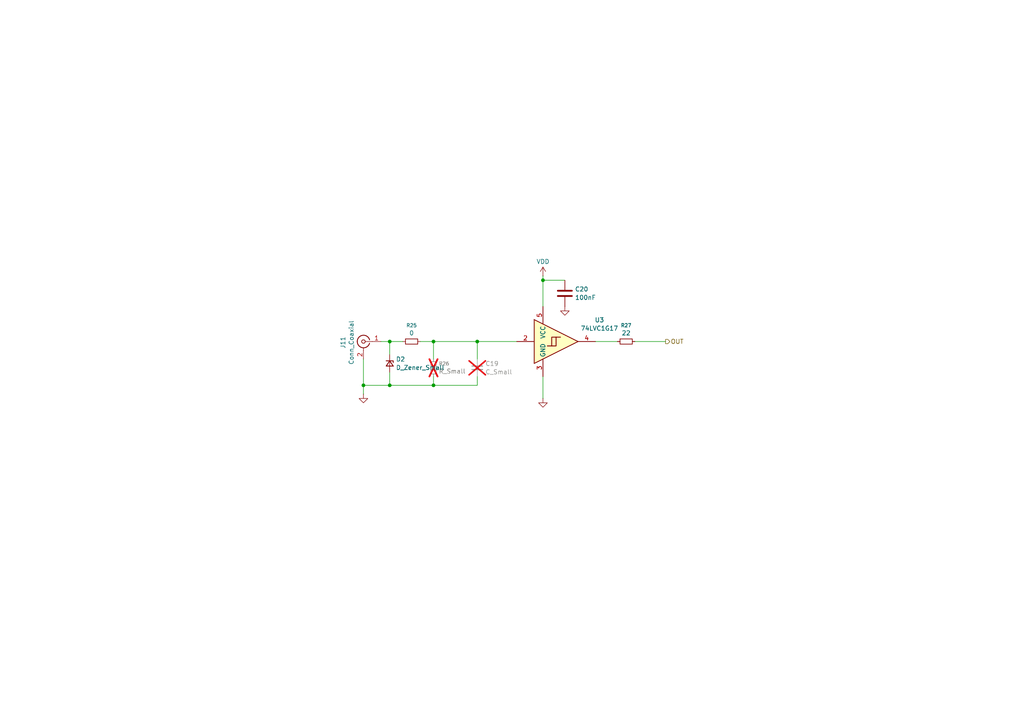
<source format=kicad_sch>
(kicad_sch (version 20250114) (generator "eeschema") (generator_version "9.0")
  (paper "A4")
  (lib_symbols
    (symbol "74xGxx:74LVC1G17"
      (property "Reference" "U" (at 0 3.81 0))
      (property "Value" "74LVC1G17" (at 0 -3.81 0))
      (symbol "74LVC1G17_0_1"
        (polyline (pts (xy -7.62 6.35) (xy -7.62 -6.35) (xy 5.08 0) (xy -7.62 6.35)) (stroke (width 0.254)) (fill (type background)))
        (polyline (pts (xy -3.81 -1.27) (xy -2.54 -1.27) (xy -2.54 1.27) (xy -1.27 1.27)) (stroke (width 0.254)) (fill (type background)))
        (polyline (pts (xy -2.54 -1.27) (xy -1.27 -1.27) (xy -1.27 1.27) (xy 0 1.27)) (stroke (width 0.254)) (fill (type background)))
      )
      (symbol "74LVC1G17_1_1"
        (pin input line (at -12.7 0 0) (length 5.08) (name "~") (number "2"))
        (pin no_connect line (at -7.62 5.08 180) (length 5.08) (hide yes) (name "NC") (number "1"))
        (pin power_in line (at -5.08 10.16 270) (length 5.08) (name "VCC") (number "5"))
        (pin power_in line (at -5.08 -10.16 90) (length 5.08) (name "GND") (number "3"))
        (pin output line (at 10.16 0 180) (length 5.08) (name "~") (number "4"))
      )
    )
    (symbol "Connector:Conn_Coaxial" (pin_names (offset 1.016) (hide yes))
      (property "Reference" "J" (at 0.254 3.048 0))
      (property "Value" "Conn_Coaxial" (at 2.921 0 90))
      (symbol "Conn_Coaxial_0_1"
        (polyline (pts (xy -2.54 0) (xy -0.508 0)))
        (arc (start 1.778 0) (mid 0.222 -1.8079) (end -1.778 -0.508) (stroke (width 0.254)))
        (arc (start -1.778 0.508) (mid 0.2221 1.8084) (end 1.778 0) (stroke (width 0.254)))
        (circle (center 0 0) (radius 0.508) (stroke (width 0.2032)))
        (polyline (pts (xy 0 -2.54) (xy 0 -1.778)))
      )
      (symbol "Conn_Coaxial_1_1"
        (pin passive line (at -5.08 0 0) (length 2.54) (name "In") (number "1"))
        (pin passive line (at 0 -5.08 90) (length 2.54) (name "Ext") (number "2"))
      )
    )
    (symbol "Device:C" (pin_numbers (hide yes)) (pin_names (offset 0.254))
      (property "Reference" "C" (at 0.635 2.54 0))
      (property "Value" "C" (at 0.635 -2.54 0))
      (symbol "C_0_1"
        (polyline (pts (xy -2.032 0.762) (xy 2.032 0.762)) (stroke (width 0.508)))
        (polyline (pts (xy -2.032 -0.762) (xy 2.032 -0.762)) (stroke (width 0.508)))
      )
      (symbol "C_1_1"
        (pin passive line (at 0 3.81 270) (length 2.794) (name "~") (number "1"))
        (pin passive line (at 0 -3.81 90) (length 2.794) (name "~") (number "2"))
      )
    )
    (symbol "Device:C_Small" (pin_numbers (hide yes)) (pin_names (offset 0.254) (hide yes))
      (property "Reference" "C" (at 0.254 1.778 0))
      (property "Value" "C_Small" (at 0.254 -2.032 0))
      (symbol "C_Small_0_1"
        (polyline (pts (xy -1.524 0.508) (xy 1.524 0.508)) (stroke (width 0.3048)))
        (polyline (pts (xy -1.524 -0.508) (xy 1.524 -0.508)) (stroke (width 0.3302)))
      )
      (symbol "C_Small_1_1"
        (pin passive line (at 0 2.54 270) (length 2.032) (name "~") (number "1"))
        (pin passive line (at 0 -2.54 90) (length 2.032) (name "~") (number "2"))
      )
    )
    (symbol "Device:D_Zener_Small" (pin_numbers (hide yes)) (pin_names (offset 0.254) (hide yes))
      (property "Reference" "D" (at 0 2.286 0))
      (property "Value" "D_Zener_Small" (at 0 -2.286 0))
      (symbol "D_Zener_Small_0_1"
        (polyline (pts (xy -0.254 1.016) (xy -0.762 1.016) (xy -0.762 -1.016)) (stroke (width 0.254)))
        (polyline (pts (xy 0.762 1.016) (xy -0.762 0) (xy 0.762 -1.016) (xy 0.762 1.016)) (stroke (width 0.254)))
        (polyline (pts (xy 0.762 0) (xy -0.762 0)))
      )
      (symbol "D_Zener_Small_1_1"
        (pin passive line (at -2.54 0 0) (length 1.778) (name "K") (number "1"))
        (pin passive line (at 2.54 0 180) (length 1.778) (name "A") (number "2"))
      )
    )
    (symbol "Device:R_Small" (pin_numbers (hide yes)) (pin_names (offset 0.254) (hide yes))
      (property "Reference" "R" (at 0 0 90))
      (property "Value" "R_Small" (at 1.778 0 90))
      (symbol "R_Small_0_1"
        (rectangle (start -0.762 1.778) (end 0.762 -1.778) (stroke (width 0.2032)))
      )
      (symbol "R_Small_1_1"
        (pin passive line (at 0 2.54 270) (length 0.762) (name "~") (number "1"))
        (pin passive line (at 0 -2.54 90) (length 0.762) (name "~") (number "2"))
      )
    )
    (symbol "power:GND" (power) (pin_numbers (hide yes)) (pin_names (offset 0) (hide yes))
      (property "Value" "GND" (at 0 -3.81 0))
      (symbol "GND_0_1"
        (polyline (pts (xy 0 0) (xy 0 -1.27) (xy 1.27 -1.27) (xy 0 -2.54) (xy -1.27 -1.27) (xy 0 -1.27)))
      )
      (symbol "GND_1_1"
        (pin power_in line (at 0 0 270) (length 0) (name "~") (number "1"))
      )
    )
    (symbol "power:VDD" (power) (pin_numbers (hide yes)) (pin_names (offset 0) (hide yes))
      (property "Value" "VDD" (at 0 3.556 0))
      (symbol "VDD_0_1"
        (polyline (pts (xy -0.762 1.27) (xy 0 2.54)))
        (polyline (pts (xy 0 2.54) (xy 0.762 1.27)))
        (polyline (pts (xy 0 0) (xy 0 2.54)))
      )
      (symbol "VDD_1_1"
        (pin power_in line (at 0 0 90) (length 0) (name "~") (number "1"))
      )
    )
  )
  (junction (at 125.73 111.76))
  (junction (at 157.48 81.28))
  (junction (at 113.03 111.76))
  (junction (at 113.03 99.06))
  (junction (at 105.41 111.76))
  (junction (at 138.43 99.06))
  (junction (at 125.73 99.06))
  (wire (pts (xy 125.73 111.76) (xy 113.03 111.76)))
  (wire (pts (xy 113.03 111.76) (xy 105.41 111.76)))
  (wire (pts (xy 121.92 99.06) (xy 125.73 99.06)))
  (wire (pts (xy 105.41 111.76) (xy 105.41 104.14)))
  (wire (pts (xy 157.48 109.22) (xy 157.48 115.57)))
  (wire (pts (xy 113.03 99.06) (xy 116.84 99.06)))
  (wire (pts (xy 138.43 99.06) (xy 149.86 99.06)))
  (wire (pts (xy 138.43 109.22) (xy 138.43 111.76)))
  (wire (pts (xy 157.48 80.01) (xy 157.48 81.28)))
  (wire (pts (xy 184.15 99.06) (xy 193.04 99.06)))
  (wire (pts (xy 110.49 99.06) (xy 113.03 99.06)))
  (wire (pts (xy 138.43 111.76) (xy 125.73 111.76)))
  (wire (pts (xy 125.73 109.22) (xy 125.73 111.76)))
  (wire (pts (xy 157.48 81.28) (xy 163.83 81.28)))
  (wire (pts (xy 105.41 114.3) (xy 105.41 111.76)))
  (wire (pts (xy 157.48 81.28) (xy 157.48 88.9)))
  (wire (pts (xy 113.03 99.06) (xy 113.03 102.87)))
  (wire (pts (xy 125.73 99.06) (xy 125.73 104.14)))
  (wire (pts (xy 172.72 99.06) (xy 179.07 99.06)))
  (wire (pts (xy 125.73 99.06) (xy 138.43 99.06)))
  (wire (pts (xy 138.43 99.06) (xy 138.43 104.14)))
  (wire (pts (xy 113.03 107.95) (xy 113.03 111.76)))
  (hierarchical_label "OUT" (shape output) (at 193.04 99.06 0))
  (symbol (lib_id "power:GND") (at 163.83 88.9 0) (unit 1)
    (property "Reference" "#PWR037" (effects (hide yes)))
    (property "Value" "GND" (effects (hide yes)))
    (property "Description" "Power symbol creates a global label with name \"GND\" , ground" (effects (hide yes)))
    (instances (project "nucleo_tdm_breakout1" (path "" (reference "#PWR041") (unit 1)) (path "" (reference "#PWR037") (unit 1)) (path "" (reference "#PWR045") (unit 1))))
  )
  (symbol (lib_id "Device:C") (at 163.83 85.09 0) (unit 1)
    (property "Reference" "C18" (at 166.751 83.8778 0) (effects (justify left)))
    (property "Value" "100nF" (at 166.751 86.3021 0) (effects (justify left)))
    (property "Footprint" "Capacitor_SMD:C_0603_1608Metric" (effects (hide yes)))
    (property "Description" "Unpolarized capacitor" (effects (hide yes)))
    (instances (project "nucleo_tdm_breakout1" (path "" (reference "C20") (unit 1)) (path "" (reference "C18") (unit 1)) (path "" (reference "C22") (unit 1))))
  )
  (symbol (lib_id "Device:C_Small") (at 138.43 106.68 0) (unit 1) (dnp yes)
    (property "Reference" "C17" (at 140.7541 105.4741 0) (effects (justify left)))
    (property "Value" "C_Small" (at 140.7541 107.8984 0) (effects (justify left)))
    (property "Footprint" "Capacitor_SMD:C_0603_1608Metric" (effects (hide yes)))
    (property "Description" "Unpolarized capacitor, small symbol" (effects (hide yes)))
    (instances (project "nucleo_tdm_breakout1" (path "" (reference "C19") (unit 1)) (path "" (reference "C17") (unit 1)) (path "" (reference "C21") (unit 1))))
  )
  (symbol (lib_id "Device:R_Small") (at 125.73 106.68 180) (unit 1) (dnp yes)
    (property "Reference" "R23" (at 127.2286 105.4678 0) (effects (font (size 1.016 1.016)) (justify right)))
    (property "Value" "R_Small" (at 127.2286 107.6877 0) (effects (justify right)))
    (property "Footprint" "Resistor_SMD:R_0603_1608Metric" (effects (hide yes)))
    (property "Description" "Resistor, small symbol" (effects (hide yes)))
    (instances (project "nucleo_tdm_breakout1" (path "" (reference "R26") (unit 1)) (path "" (reference "R23") (unit 1)) (path "" (reference "R29") (unit 1))))
  )
  (symbol (lib_id "Device:R_Small") (at 119.38 99.06 90) (unit 1)
    (property "Reference" "R22" (at 119.38 94.3833 90) (effects (font (size 1.016 1.016))))
    (property "Value" "0" (at 119.38 96.6032 90))
    (property "Footprint" "Resistor_SMD:R_0603_1608Metric" (effects (hide yes)))
    (property "Description" "Resistor, small symbol" (effects (hide yes)))
    (instances (project "nucleo_tdm_breakout1" (path "" (reference "R25") (unit 1)) (path "" (reference "R22") (unit 1)) (path "" (reference "R28") (unit 1))))
  )
  (symbol (lib_id "74xGxx:74LVC1G17") (at 162.56 99.06 0) (unit 1)
    (property "Reference" "U2" (at 173.8653 92.8134 0))
    (property "Value" "74LVC1G17" (at 173.8653 95.2377 0))
    (property "Footprint" "Package_TO_SOT_SMD:SOT-23-5" (effects (hide yes)))
    (property "Datasheet" "https://www.ti.com/lit/ds/symlink/sn74lvc1g17.pdf" (effects (hide yes)))
    (property "Description" "Single Schmitt Buffer Gate, Low-Voltage CMOS" (effects (hide yes)))
    (instances (project "nucleo_tdm_breakout1" (path "" (reference "U3") (unit 1)) (path "" (reference "U2") (unit 1)) (path "" (reference "U4") (unit 1))))
  )
  (symbol (lib_id "power:VDD") (at 157.48 80.01 0) (unit 1)
    (property "Reference" "#PWR035" (effects (hide yes)))
    (property "Value" "VDD" (at 157.48 75.8769 0))
    (property "Description" "Power symbol creates a global label with name \"VDD\"" (effects (hide yes)))
    (instances (project "nucleo_tdm_breakout1" (path "" (reference "#PWR039") (unit 1)) (path "" (reference "#PWR035") (unit 1)) (path "" (reference "#PWR043") (unit 1))))
  )
  (symbol (lib_id "power:GND") (at 105.41 114.3 0) (unit 1)
    (property "Reference" "#PWR034" (effects (hide yes)))
    (property "Value" "GND" (effects (hide yes)))
    (property "Description" "Power symbol creates a global label with name \"GND\" , ground" (effects (hide yes)))
    (instances (project "nucleo_tdm_breakout1" (path "" (reference "#PWR038") (unit 1)) (path "" (reference "#PWR034") (unit 1)) (path "" (reference "#PWR042") (unit 1))))
  )
  (symbol (lib_id "Connector:Conn_Coaxial") (at 105.41 99.06 0) (mirror y) (unit 1)
    (property "Reference" "J10" (at 99.4874 99.3532 90))
    (property "Value" "Conn_Coaxial" (at 101.9117 99.3532 90))
    (property "Footprint" "Connector_Coaxial:SMA_Amphenol_901-144_Vertical" (effects (hide yes)))
    (property "Description" "coaxial connector (BNC, SMA, SMB, SMC, Cinch/RCA, LEMO, ...)" (effects (hide yes)))
    (instances (project "nucleo_tdm_breakout1" (path "" (reference "J11") (unit 1)) (path "" (reference "J10") (unit 1)) (path "" (reference "J13") (unit 1))))
  )
  (symbol (lib_id "power:GND") (at 157.48 115.57 0) (unit 1)
    (property "Reference" "#PWR036" (effects (hide yes)))
    (property "Value" "GND" (effects (hide yes)))
    (property "Description" "Power symbol creates a global label with name \"GND\" , ground" (effects (hide yes)))
    (instances (project "nucleo_tdm_breakout1" (path "" (reference "#PWR040") (unit 1)) (path "" (reference "#PWR036") (unit 1)) (path "" (reference "#PWR044") (unit 1))))
  )
  (symbol (lib_id "Device:R_Small") (at 181.61 99.06 90) (unit 1)
    (property "Reference" "R24" (at 181.61 94.3833 90) (effects (font (size 1.016 1.016))))
    (property "Value" "22" (at 181.61 96.6032 90))
    (property "Footprint" "Resistor_SMD:R_0603_1608Metric" (effects (hide yes)))
    (property "Description" "Resistor, small symbol" (effects (hide yes)))
    (instances (project "nucleo_tdm_breakout1" (path "" (reference "R27") (unit 1)) (path "" (reference "R24") (unit 1)) (path "" (reference "R30") (unit 1))))
  )
  (symbol (lib_id "Device:D_Zener_Small") (at 113.03 105.41 270) (unit 1)
    (property "Reference" "D1" (at 114.808 104.1978 90) (effects (justify left)))
    (property "Value" "D_Zener_Small" (at 114.808 106.6221 90) (effects (justify left)))
    (property "Footprint" "Diode_SMD:D_SOD-123F" (effects (hide yes)))
    (property "Description" "Zener diode, small symbol" (effects (hide yes)))
    (instances (project "nucleo_tdm_breakout1" (path "" (reference "D2") (unit 1)) (path "" (reference "D1") (unit 1)) (path "" (reference "D3") (unit 1))))
  )
)
</source>
